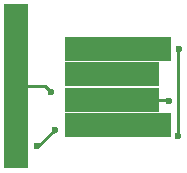
<source format=gbr>
%TF.GenerationSoftware,KiCad,Pcbnew,4.0.5+dfsg1-4*%
%TF.CreationDate,2019-06-07T17:57:55-04:00*%
%TF.ProjectId,u2f,7532662E6B696361645F706362000000,rev?*%
%TF.FileFunction,Copper,L2,Bot,Signal*%
%FSLAX46Y46*%
G04 Gerber Fmt 4.6, Leading zero omitted, Abs format (unit mm)*
G04 Created by KiCad (PCBNEW 4.0.5+dfsg1-4) date Fri Jun  7 17:57:55 2019*
%MOMM*%
%LPD*%
G01*
G04 APERTURE LIST*
%ADD10C,0.100000*%
%ADD11R,2.000000X14.000000*%
%ADD12R,8.000000X2.000000*%
%ADD13R,9.000000X2.000000*%
%ADD14R,1.000000X1.000000*%
%ADD15C,0.600000*%
%ADD16C,0.250000*%
G04 APERTURE END LIST*
D10*
D11*
X140716000Y-104648000D03*
D12*
X148844000Y-103632000D03*
X148844000Y-105791000D03*
D13*
X149352000Y-107950000D03*
X149352000Y-101473000D03*
D14*
X145415000Y-101600000D03*
D15*
X151892000Y-108204000D03*
X149352000Y-101473000D03*
X143687800Y-105156000D03*
X148844000Y-103632000D03*
X148844000Y-105791000D03*
X153670000Y-105918000D03*
X142494000Y-109753400D03*
X143992600Y-108356400D03*
X154482800Y-101473000D03*
X154406600Y-108864400D03*
D16*
X151892000Y-108204000D02*
X151638000Y-107950000D01*
X151638000Y-107950000D02*
X149352000Y-107950000D01*
X140716000Y-104648000D02*
X143179800Y-104648000D01*
X143179800Y-104648000D02*
X143687800Y-105156000D01*
X153543000Y-105791000D02*
X148844000Y-105791000D01*
X153543000Y-105791000D02*
X153670000Y-105918000D01*
X142595600Y-109753400D02*
X142494000Y-109753400D01*
X143992600Y-108356400D02*
X142595600Y-109753400D01*
X154381200Y-108839000D02*
X154406600Y-108864400D01*
X154381200Y-101574600D02*
X154381200Y-108839000D01*
X154482800Y-101473000D02*
X154381200Y-101574600D01*
M02*

</source>
